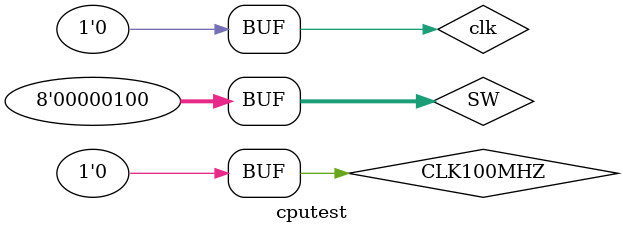
<source format=v>
`timescale 1ns / 1ps

module cputest();

    reg CLK100MHZ;
    reg [7:0] SW;
    wire CG, CF, CE, CD, CC, CB, CA;
    wire [7:0] AN;
    wire DP;
	wire [15:0] LED;
	wire [31:0] out, addr, PC;
	wire mw;
	wire [4:0] ReadReg;
	wire [5:0] ReadMem;
	wire [31:0] RegData, MemData;
	wire clk;

	assign LED = PC[19:4];
	assign clk = CLK100MHZ;
	
	top topmips(clk, SW[7], out, addr, mw, ReadReg, ReadMem, RegData, MemData, PC);
	display displaydata(SW[0], SW[6:1], RegData, MemData, clk, SW[7], ReadReg, ReadMem, {CG, CF, CE, CD, CC, CB, CA}, AN, DP);
	clkdiv clocker(CLK100MHZ, SW[7], clk190hz, clk48hz, clk1hz);

	always
    begin
        CLK100MHZ <= 1; #5; CLK100MHZ <= 0; #5;
    end

	initial begin
	SW[7] <= 1'b1; 
	SW[6:1] <= 6'b000_010;
	SW[0] <= 1'b0;
	#10;
	SW[7] <= 1'b0;
	end

endmodule


</source>
